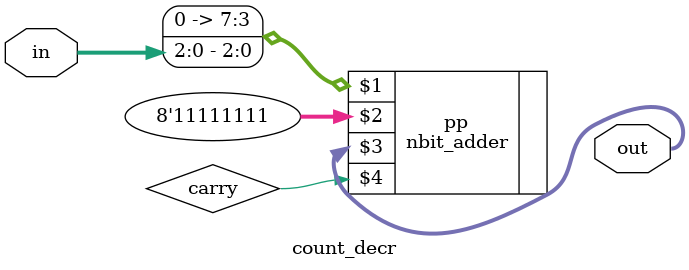
<source format=v>
`timescale 1ns / 1ps
module count_decr( in,out
    );
input [2:0] in ;
output [2:0]out;
wire carry;
nbit_adder pp({5'b 00000,in},8'b 11111111 ,out,carry);
	
endmodule

</source>
